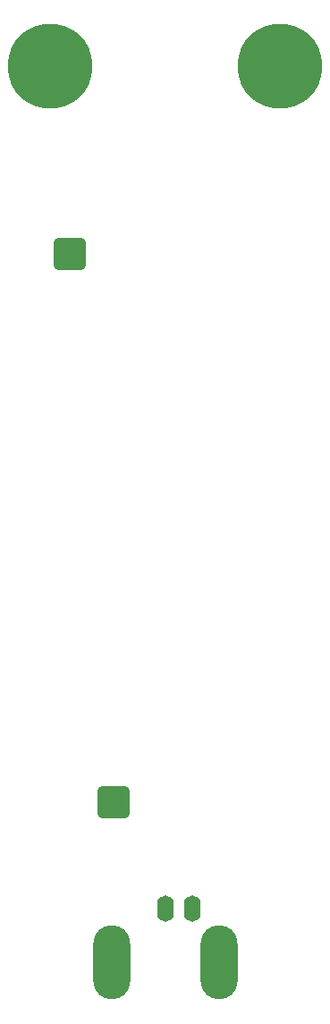
<source format=gbr>
%TF.GenerationSoftware,KiCad,Pcbnew,(6.0.6)*%
%TF.CreationDate,2023-04-06T13:29:05+02:00*%
%TF.ProjectId,1to5UnUn,31746f35-556e-4556-9e2e-6b696361645f,rev?*%
%TF.SameCoordinates,Original*%
%TF.FileFunction,Copper,L2,Bot*%
%TF.FilePolarity,Positive*%
%FSLAX46Y46*%
G04 Gerber Fmt 4.6, Leading zero omitted, Abs format (unit mm)*
G04 Created by KiCad (PCBNEW (6.0.6)) date 2023-04-06 13:29:05*
%MOMM*%
%LPD*%
G01*
G04 APERTURE LIST*
G04 Aperture macros list*
%AMRoundRect*
0 Rectangle with rounded corners*
0 $1 Rounding radius*
0 $2 $3 $4 $5 $6 $7 $8 $9 X,Y pos of 4 corners*
0 Add a 4 corners polygon primitive as box body*
4,1,4,$2,$3,$4,$5,$6,$7,$8,$9,$2,$3,0*
0 Add four circle primitives for the rounded corners*
1,1,$1+$1,$2,$3*
1,1,$1+$1,$4,$5*
1,1,$1+$1,$6,$7*
1,1,$1+$1,$8,$9*
0 Add four rect primitives between the rounded corners*
20,1,$1+$1,$2,$3,$4,$5,0*
20,1,$1+$1,$4,$5,$6,$7,0*
20,1,$1+$1,$6,$7,$8,$9,0*
20,1,$1+$1,$8,$9,$2,$3,0*%
G04 Aperture macros list end*
%TA.AperFunction,ComponentPad*%
%ADD10RoundRect,0.375000X-1.125000X-1.125000X1.125000X-1.125000X1.125000X1.125000X-1.125000X1.125000X0*%
%TD*%
%TA.AperFunction,ComponentPad*%
%ADD11C,1.500000*%
%TD*%
%TA.AperFunction,ComponentPad*%
%ADD12C,8.000000*%
%TD*%
%TA.AperFunction,ComponentPad*%
%ADD13C,0.800000*%
%TD*%
%TA.AperFunction,ComponentPad*%
%ADD14O,1.600000X2.500000*%
%TD*%
%TA.AperFunction,ComponentPad*%
%ADD15O,3.500000X7.000000*%
%TD*%
G04 APERTURE END LIST*
D10*
%TO.P,,1*%
%TO.N,N/C*%
X58750000Y-140750000D03*
%TD*%
D11*
%TO.P,REF\u002A\u002A,1*%
%TO.N,gnd*%
X74500000Y-73370000D03*
D12*
X74500000Y-71120000D03*
D13*
X76750000Y-71120000D03*
X72909010Y-69529010D03*
X76090990Y-72710990D03*
X76090990Y-69529010D03*
X72250000Y-71120000D03*
X74500000Y-68870000D03*
X72909010Y-72710990D03*
%TD*%
D10*
%TO.P,REF\u002A\u002A,1*%
%TO.N,N/C*%
X54610000Y-88900000D03*
%TD*%
D11*
%TO.P,REF\u002A\u002A,1*%
%TO.N,N/C*%
X52750000Y-73370000D03*
D12*
X52750000Y-71120000D03*
D13*
X55000000Y-71120000D03*
X51159010Y-69529010D03*
X54340990Y-72710990D03*
X54340990Y-69529010D03*
X50500000Y-71120000D03*
X52750000Y-68870000D03*
X51159010Y-72710990D03*
%TD*%
D14*
%TO.P,REF\u002A\u002A,1*%
%TO.N,N/C*%
X63652400Y-150876000D03*
%TO.P,REF\u002A\u002A,2*%
%TO.N,gnd*%
X66192400Y-150876000D03*
D15*
X68732400Y-155956000D03*
X58572400Y-155956000D03*
%TD*%
M02*

</source>
